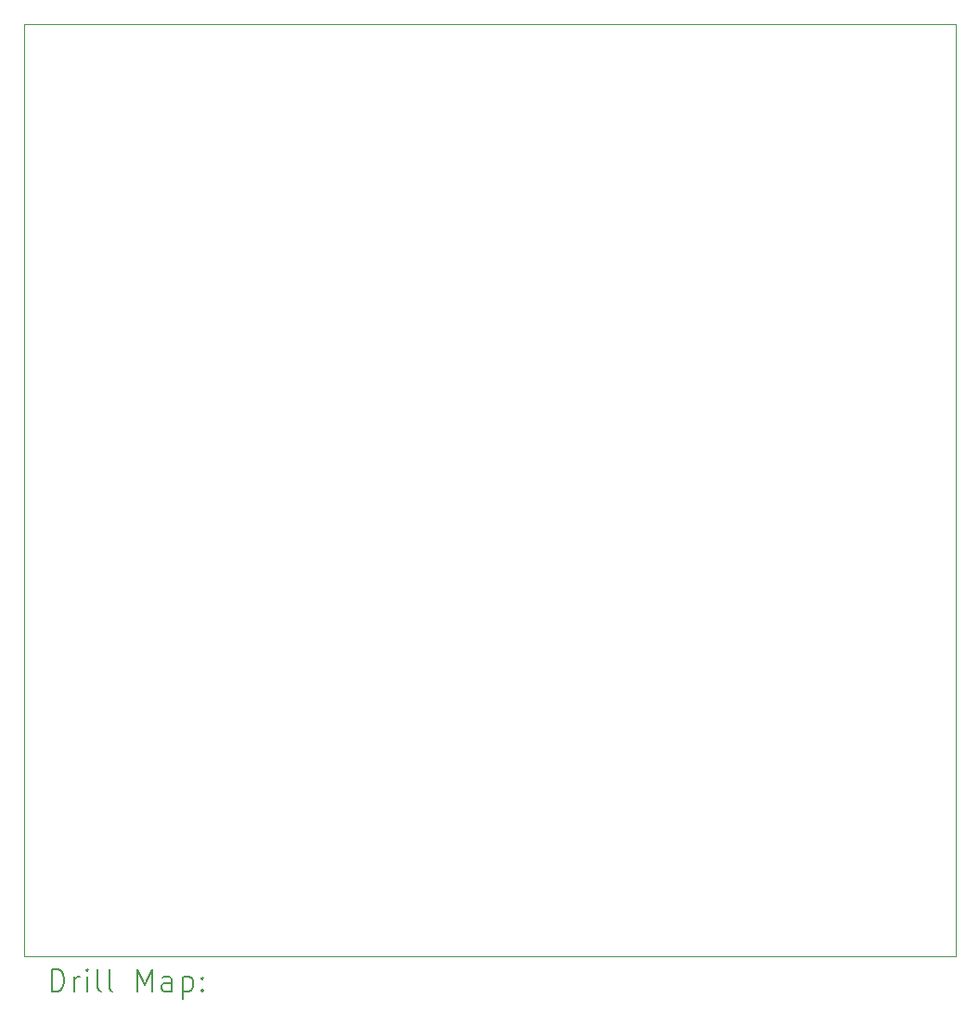
<source format=gbr>
%TF.GenerationSoftware,KiCad,Pcbnew,7.0.11*%
%TF.CreationDate,2024-03-19T21:31:39+01:00*%
%TF.ProjectId,GPSDO,47505344-4f2e-46b6-9963-61645f706362,rev?*%
%TF.SameCoordinates,Original*%
%TF.FileFunction,Drillmap*%
%TF.FilePolarity,Positive*%
%FSLAX45Y45*%
G04 Gerber Fmt 4.5, Leading zero omitted, Abs format (unit mm)*
G04 Created by KiCad (PCBNEW 7.0.11) date 2024-03-19 21:31:39*
%MOMM*%
%LPD*%
G01*
G04 APERTURE LIST*
%ADD10C,0.100000*%
%ADD11C,0.200000*%
G04 APERTURE END LIST*
D10*
X2000000Y-2000000D02*
X10500000Y-2000000D01*
X10500000Y-10500000D01*
X2000000Y-10500000D01*
X2000000Y-2000000D01*
D11*
X2255777Y-10816484D02*
X2255777Y-10616484D01*
X2255777Y-10616484D02*
X2303396Y-10616484D01*
X2303396Y-10616484D02*
X2331967Y-10626008D01*
X2331967Y-10626008D02*
X2351015Y-10645055D01*
X2351015Y-10645055D02*
X2360539Y-10664103D01*
X2360539Y-10664103D02*
X2370063Y-10702198D01*
X2370063Y-10702198D02*
X2370063Y-10730770D01*
X2370063Y-10730770D02*
X2360539Y-10768865D01*
X2360539Y-10768865D02*
X2351015Y-10787912D01*
X2351015Y-10787912D02*
X2331967Y-10806960D01*
X2331967Y-10806960D02*
X2303396Y-10816484D01*
X2303396Y-10816484D02*
X2255777Y-10816484D01*
X2455777Y-10816484D02*
X2455777Y-10683150D01*
X2455777Y-10721246D02*
X2465301Y-10702198D01*
X2465301Y-10702198D02*
X2474824Y-10692674D01*
X2474824Y-10692674D02*
X2493872Y-10683150D01*
X2493872Y-10683150D02*
X2512920Y-10683150D01*
X2579586Y-10816484D02*
X2579586Y-10683150D01*
X2579586Y-10616484D02*
X2570063Y-10626008D01*
X2570063Y-10626008D02*
X2579586Y-10635531D01*
X2579586Y-10635531D02*
X2589110Y-10626008D01*
X2589110Y-10626008D02*
X2579586Y-10616484D01*
X2579586Y-10616484D02*
X2579586Y-10635531D01*
X2703396Y-10816484D02*
X2684348Y-10806960D01*
X2684348Y-10806960D02*
X2674824Y-10787912D01*
X2674824Y-10787912D02*
X2674824Y-10616484D01*
X2808158Y-10816484D02*
X2789110Y-10806960D01*
X2789110Y-10806960D02*
X2779586Y-10787912D01*
X2779586Y-10787912D02*
X2779586Y-10616484D01*
X3036729Y-10816484D02*
X3036729Y-10616484D01*
X3036729Y-10616484D02*
X3103396Y-10759341D01*
X3103396Y-10759341D02*
X3170062Y-10616484D01*
X3170062Y-10616484D02*
X3170062Y-10816484D01*
X3351015Y-10816484D02*
X3351015Y-10711722D01*
X3351015Y-10711722D02*
X3341491Y-10692674D01*
X3341491Y-10692674D02*
X3322443Y-10683150D01*
X3322443Y-10683150D02*
X3284348Y-10683150D01*
X3284348Y-10683150D02*
X3265301Y-10692674D01*
X3351015Y-10806960D02*
X3331967Y-10816484D01*
X3331967Y-10816484D02*
X3284348Y-10816484D01*
X3284348Y-10816484D02*
X3265301Y-10806960D01*
X3265301Y-10806960D02*
X3255777Y-10787912D01*
X3255777Y-10787912D02*
X3255777Y-10768865D01*
X3255777Y-10768865D02*
X3265301Y-10749817D01*
X3265301Y-10749817D02*
X3284348Y-10740293D01*
X3284348Y-10740293D02*
X3331967Y-10740293D01*
X3331967Y-10740293D02*
X3351015Y-10730770D01*
X3446253Y-10683150D02*
X3446253Y-10883150D01*
X3446253Y-10692674D02*
X3465301Y-10683150D01*
X3465301Y-10683150D02*
X3503396Y-10683150D01*
X3503396Y-10683150D02*
X3522443Y-10692674D01*
X3522443Y-10692674D02*
X3531967Y-10702198D01*
X3531967Y-10702198D02*
X3541491Y-10721246D01*
X3541491Y-10721246D02*
X3541491Y-10778389D01*
X3541491Y-10778389D02*
X3531967Y-10797436D01*
X3531967Y-10797436D02*
X3522443Y-10806960D01*
X3522443Y-10806960D02*
X3503396Y-10816484D01*
X3503396Y-10816484D02*
X3465301Y-10816484D01*
X3465301Y-10816484D02*
X3446253Y-10806960D01*
X3627205Y-10797436D02*
X3636729Y-10806960D01*
X3636729Y-10806960D02*
X3627205Y-10816484D01*
X3627205Y-10816484D02*
X3617682Y-10806960D01*
X3617682Y-10806960D02*
X3627205Y-10797436D01*
X3627205Y-10797436D02*
X3627205Y-10816484D01*
X3627205Y-10692674D02*
X3636729Y-10702198D01*
X3636729Y-10702198D02*
X3627205Y-10711722D01*
X3627205Y-10711722D02*
X3617682Y-10702198D01*
X3617682Y-10702198D02*
X3627205Y-10692674D01*
X3627205Y-10692674D02*
X3627205Y-10711722D01*
M02*

</source>
